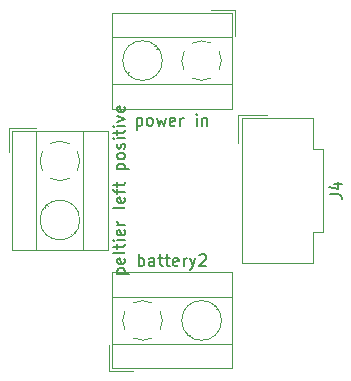
<source format=gbr>
%TF.GenerationSoftware,KiCad,Pcbnew,8.0.5*%
%TF.CreationDate,2024-10-03T09:22:46-06:00*%
%TF.ProjectId,mini_ac,6d696e69-5f61-4632-9e6b-696361645f70,rev?*%
%TF.SameCoordinates,Original*%
%TF.FileFunction,Legend,Top*%
%TF.FilePolarity,Positive*%
%FSLAX46Y46*%
G04 Gerber Fmt 4.6, Leading zero omitted, Abs format (unit mm)*
G04 Created by KiCad (PCBNEW 8.0.5) date 2024-10-03 09:22:46*
%MOMM*%
%LPD*%
G01*
G04 APERTURE LIST*
%ADD10C,0.150000*%
%ADD11C,0.120000*%
G04 APERTURE END LIST*
D10*
X127354819Y-88833333D02*
X128069104Y-88833333D01*
X128069104Y-88833333D02*
X128211961Y-88880952D01*
X128211961Y-88880952D02*
X128307200Y-88976190D01*
X128307200Y-88976190D02*
X128354819Y-89119047D01*
X128354819Y-89119047D02*
X128354819Y-89214285D01*
X127688152Y-87928571D02*
X128354819Y-87928571D01*
X127307200Y-88166666D02*
X128021485Y-88404761D01*
X128021485Y-88404761D02*
X128021485Y-87785714D01*
X109348152Y-95571429D02*
X110348152Y-95571429D01*
X109395771Y-95571429D02*
X109348152Y-95476191D01*
X109348152Y-95476191D02*
X109348152Y-95285715D01*
X109348152Y-95285715D02*
X109395771Y-95190477D01*
X109395771Y-95190477D02*
X109443390Y-95142858D01*
X109443390Y-95142858D02*
X109538628Y-95095239D01*
X109538628Y-95095239D02*
X109824342Y-95095239D01*
X109824342Y-95095239D02*
X109919580Y-95142858D01*
X109919580Y-95142858D02*
X109967200Y-95190477D01*
X109967200Y-95190477D02*
X110014819Y-95285715D01*
X110014819Y-95285715D02*
X110014819Y-95476191D01*
X110014819Y-95476191D02*
X109967200Y-95571429D01*
X109967200Y-94285715D02*
X110014819Y-94380953D01*
X110014819Y-94380953D02*
X110014819Y-94571429D01*
X110014819Y-94571429D02*
X109967200Y-94666667D01*
X109967200Y-94666667D02*
X109871961Y-94714286D01*
X109871961Y-94714286D02*
X109491009Y-94714286D01*
X109491009Y-94714286D02*
X109395771Y-94666667D01*
X109395771Y-94666667D02*
X109348152Y-94571429D01*
X109348152Y-94571429D02*
X109348152Y-94380953D01*
X109348152Y-94380953D02*
X109395771Y-94285715D01*
X109395771Y-94285715D02*
X109491009Y-94238096D01*
X109491009Y-94238096D02*
X109586247Y-94238096D01*
X109586247Y-94238096D02*
X109681485Y-94714286D01*
X110014819Y-93666667D02*
X109967200Y-93761905D01*
X109967200Y-93761905D02*
X109871961Y-93809524D01*
X109871961Y-93809524D02*
X109014819Y-93809524D01*
X109348152Y-93428571D02*
X109348152Y-93047619D01*
X109014819Y-93285714D02*
X109871961Y-93285714D01*
X109871961Y-93285714D02*
X109967200Y-93238095D01*
X109967200Y-93238095D02*
X110014819Y-93142857D01*
X110014819Y-93142857D02*
X110014819Y-93047619D01*
X110014819Y-92714285D02*
X109348152Y-92714285D01*
X109014819Y-92714285D02*
X109062438Y-92761904D01*
X109062438Y-92761904D02*
X109110057Y-92714285D01*
X109110057Y-92714285D02*
X109062438Y-92666666D01*
X109062438Y-92666666D02*
X109014819Y-92714285D01*
X109014819Y-92714285D02*
X109110057Y-92714285D01*
X109967200Y-91857143D02*
X110014819Y-91952381D01*
X110014819Y-91952381D02*
X110014819Y-92142857D01*
X110014819Y-92142857D02*
X109967200Y-92238095D01*
X109967200Y-92238095D02*
X109871961Y-92285714D01*
X109871961Y-92285714D02*
X109491009Y-92285714D01*
X109491009Y-92285714D02*
X109395771Y-92238095D01*
X109395771Y-92238095D02*
X109348152Y-92142857D01*
X109348152Y-92142857D02*
X109348152Y-91952381D01*
X109348152Y-91952381D02*
X109395771Y-91857143D01*
X109395771Y-91857143D02*
X109491009Y-91809524D01*
X109491009Y-91809524D02*
X109586247Y-91809524D01*
X109586247Y-91809524D02*
X109681485Y-92285714D01*
X110014819Y-91380952D02*
X109348152Y-91380952D01*
X109538628Y-91380952D02*
X109443390Y-91333333D01*
X109443390Y-91333333D02*
X109395771Y-91285714D01*
X109395771Y-91285714D02*
X109348152Y-91190476D01*
X109348152Y-91190476D02*
X109348152Y-91095238D01*
X110014819Y-89857142D02*
X109967200Y-89952380D01*
X109967200Y-89952380D02*
X109871961Y-89999999D01*
X109871961Y-89999999D02*
X109014819Y-89999999D01*
X109967200Y-89095237D02*
X110014819Y-89190475D01*
X110014819Y-89190475D02*
X110014819Y-89380951D01*
X110014819Y-89380951D02*
X109967200Y-89476189D01*
X109967200Y-89476189D02*
X109871961Y-89523808D01*
X109871961Y-89523808D02*
X109491009Y-89523808D01*
X109491009Y-89523808D02*
X109395771Y-89476189D01*
X109395771Y-89476189D02*
X109348152Y-89380951D01*
X109348152Y-89380951D02*
X109348152Y-89190475D01*
X109348152Y-89190475D02*
X109395771Y-89095237D01*
X109395771Y-89095237D02*
X109491009Y-89047618D01*
X109491009Y-89047618D02*
X109586247Y-89047618D01*
X109586247Y-89047618D02*
X109681485Y-89523808D01*
X109348152Y-88761903D02*
X109348152Y-88380951D01*
X110014819Y-88619046D02*
X109157676Y-88619046D01*
X109157676Y-88619046D02*
X109062438Y-88571427D01*
X109062438Y-88571427D02*
X109014819Y-88476189D01*
X109014819Y-88476189D02*
X109014819Y-88380951D01*
X109348152Y-88190474D02*
X109348152Y-87809522D01*
X109014819Y-88047617D02*
X109871961Y-88047617D01*
X109871961Y-88047617D02*
X109967200Y-87999998D01*
X109967200Y-87999998D02*
X110014819Y-87904760D01*
X110014819Y-87904760D02*
X110014819Y-87809522D01*
X109348152Y-86714283D02*
X110348152Y-86714283D01*
X109395771Y-86714283D02*
X109348152Y-86619045D01*
X109348152Y-86619045D02*
X109348152Y-86428569D01*
X109348152Y-86428569D02*
X109395771Y-86333331D01*
X109395771Y-86333331D02*
X109443390Y-86285712D01*
X109443390Y-86285712D02*
X109538628Y-86238093D01*
X109538628Y-86238093D02*
X109824342Y-86238093D01*
X109824342Y-86238093D02*
X109919580Y-86285712D01*
X109919580Y-86285712D02*
X109967200Y-86333331D01*
X109967200Y-86333331D02*
X110014819Y-86428569D01*
X110014819Y-86428569D02*
X110014819Y-86619045D01*
X110014819Y-86619045D02*
X109967200Y-86714283D01*
X110014819Y-85666664D02*
X109967200Y-85761902D01*
X109967200Y-85761902D02*
X109919580Y-85809521D01*
X109919580Y-85809521D02*
X109824342Y-85857140D01*
X109824342Y-85857140D02*
X109538628Y-85857140D01*
X109538628Y-85857140D02*
X109443390Y-85809521D01*
X109443390Y-85809521D02*
X109395771Y-85761902D01*
X109395771Y-85761902D02*
X109348152Y-85666664D01*
X109348152Y-85666664D02*
X109348152Y-85523807D01*
X109348152Y-85523807D02*
X109395771Y-85428569D01*
X109395771Y-85428569D02*
X109443390Y-85380950D01*
X109443390Y-85380950D02*
X109538628Y-85333331D01*
X109538628Y-85333331D02*
X109824342Y-85333331D01*
X109824342Y-85333331D02*
X109919580Y-85380950D01*
X109919580Y-85380950D02*
X109967200Y-85428569D01*
X109967200Y-85428569D02*
X110014819Y-85523807D01*
X110014819Y-85523807D02*
X110014819Y-85666664D01*
X109967200Y-84952378D02*
X110014819Y-84857140D01*
X110014819Y-84857140D02*
X110014819Y-84666664D01*
X110014819Y-84666664D02*
X109967200Y-84571426D01*
X109967200Y-84571426D02*
X109871961Y-84523807D01*
X109871961Y-84523807D02*
X109824342Y-84523807D01*
X109824342Y-84523807D02*
X109729104Y-84571426D01*
X109729104Y-84571426D02*
X109681485Y-84666664D01*
X109681485Y-84666664D02*
X109681485Y-84809521D01*
X109681485Y-84809521D02*
X109633866Y-84904759D01*
X109633866Y-84904759D02*
X109538628Y-84952378D01*
X109538628Y-84952378D02*
X109491009Y-84952378D01*
X109491009Y-84952378D02*
X109395771Y-84904759D01*
X109395771Y-84904759D02*
X109348152Y-84809521D01*
X109348152Y-84809521D02*
X109348152Y-84666664D01*
X109348152Y-84666664D02*
X109395771Y-84571426D01*
X110014819Y-84095235D02*
X109348152Y-84095235D01*
X109014819Y-84095235D02*
X109062438Y-84142854D01*
X109062438Y-84142854D02*
X109110057Y-84095235D01*
X109110057Y-84095235D02*
X109062438Y-84047616D01*
X109062438Y-84047616D02*
X109014819Y-84095235D01*
X109014819Y-84095235D02*
X109110057Y-84095235D01*
X109348152Y-83761902D02*
X109348152Y-83380950D01*
X109014819Y-83619045D02*
X109871961Y-83619045D01*
X109871961Y-83619045D02*
X109967200Y-83571426D01*
X109967200Y-83571426D02*
X110014819Y-83476188D01*
X110014819Y-83476188D02*
X110014819Y-83380950D01*
X110014819Y-83047616D02*
X109348152Y-83047616D01*
X109014819Y-83047616D02*
X109062438Y-83095235D01*
X109062438Y-83095235D02*
X109110057Y-83047616D01*
X109110057Y-83047616D02*
X109062438Y-82999997D01*
X109062438Y-82999997D02*
X109014819Y-83047616D01*
X109014819Y-83047616D02*
X109110057Y-83047616D01*
X109348152Y-82666664D02*
X110014819Y-82428569D01*
X110014819Y-82428569D02*
X109348152Y-82190474D01*
X109967200Y-81428569D02*
X110014819Y-81523807D01*
X110014819Y-81523807D02*
X110014819Y-81714283D01*
X110014819Y-81714283D02*
X109967200Y-81809521D01*
X109967200Y-81809521D02*
X109871961Y-81857140D01*
X109871961Y-81857140D02*
X109491009Y-81857140D01*
X109491009Y-81857140D02*
X109395771Y-81809521D01*
X109395771Y-81809521D02*
X109348152Y-81714283D01*
X109348152Y-81714283D02*
X109348152Y-81523807D01*
X109348152Y-81523807D02*
X109395771Y-81428569D01*
X109395771Y-81428569D02*
X109491009Y-81380950D01*
X109491009Y-81380950D02*
X109586247Y-81380950D01*
X109586247Y-81380950D02*
X109681485Y-81857140D01*
X111166666Y-94894819D02*
X111166666Y-93894819D01*
X111166666Y-94275771D02*
X111261904Y-94228152D01*
X111261904Y-94228152D02*
X111452380Y-94228152D01*
X111452380Y-94228152D02*
X111547618Y-94275771D01*
X111547618Y-94275771D02*
X111595237Y-94323390D01*
X111595237Y-94323390D02*
X111642856Y-94418628D01*
X111642856Y-94418628D02*
X111642856Y-94704342D01*
X111642856Y-94704342D02*
X111595237Y-94799580D01*
X111595237Y-94799580D02*
X111547618Y-94847200D01*
X111547618Y-94847200D02*
X111452380Y-94894819D01*
X111452380Y-94894819D02*
X111261904Y-94894819D01*
X111261904Y-94894819D02*
X111166666Y-94847200D01*
X112499999Y-94894819D02*
X112499999Y-94371009D01*
X112499999Y-94371009D02*
X112452380Y-94275771D01*
X112452380Y-94275771D02*
X112357142Y-94228152D01*
X112357142Y-94228152D02*
X112166666Y-94228152D01*
X112166666Y-94228152D02*
X112071428Y-94275771D01*
X112499999Y-94847200D02*
X112404761Y-94894819D01*
X112404761Y-94894819D02*
X112166666Y-94894819D01*
X112166666Y-94894819D02*
X112071428Y-94847200D01*
X112071428Y-94847200D02*
X112023809Y-94751961D01*
X112023809Y-94751961D02*
X112023809Y-94656723D01*
X112023809Y-94656723D02*
X112071428Y-94561485D01*
X112071428Y-94561485D02*
X112166666Y-94513866D01*
X112166666Y-94513866D02*
X112404761Y-94513866D01*
X112404761Y-94513866D02*
X112499999Y-94466247D01*
X112833333Y-94228152D02*
X113214285Y-94228152D01*
X112976190Y-93894819D02*
X112976190Y-94751961D01*
X112976190Y-94751961D02*
X113023809Y-94847200D01*
X113023809Y-94847200D02*
X113119047Y-94894819D01*
X113119047Y-94894819D02*
X113214285Y-94894819D01*
X113404762Y-94228152D02*
X113785714Y-94228152D01*
X113547619Y-93894819D02*
X113547619Y-94751961D01*
X113547619Y-94751961D02*
X113595238Y-94847200D01*
X113595238Y-94847200D02*
X113690476Y-94894819D01*
X113690476Y-94894819D02*
X113785714Y-94894819D01*
X114500000Y-94847200D02*
X114404762Y-94894819D01*
X114404762Y-94894819D02*
X114214286Y-94894819D01*
X114214286Y-94894819D02*
X114119048Y-94847200D01*
X114119048Y-94847200D02*
X114071429Y-94751961D01*
X114071429Y-94751961D02*
X114071429Y-94371009D01*
X114071429Y-94371009D02*
X114119048Y-94275771D01*
X114119048Y-94275771D02*
X114214286Y-94228152D01*
X114214286Y-94228152D02*
X114404762Y-94228152D01*
X114404762Y-94228152D02*
X114500000Y-94275771D01*
X114500000Y-94275771D02*
X114547619Y-94371009D01*
X114547619Y-94371009D02*
X114547619Y-94466247D01*
X114547619Y-94466247D02*
X114071429Y-94561485D01*
X114976191Y-94894819D02*
X114976191Y-94228152D01*
X114976191Y-94418628D02*
X115023810Y-94323390D01*
X115023810Y-94323390D02*
X115071429Y-94275771D01*
X115071429Y-94275771D02*
X115166667Y-94228152D01*
X115166667Y-94228152D02*
X115261905Y-94228152D01*
X115500001Y-94228152D02*
X115738096Y-94894819D01*
X115976191Y-94228152D02*
X115738096Y-94894819D01*
X115738096Y-94894819D02*
X115642858Y-95132914D01*
X115642858Y-95132914D02*
X115595239Y-95180533D01*
X115595239Y-95180533D02*
X115500001Y-95228152D01*
X116309525Y-93990057D02*
X116357144Y-93942438D01*
X116357144Y-93942438D02*
X116452382Y-93894819D01*
X116452382Y-93894819D02*
X116690477Y-93894819D01*
X116690477Y-93894819D02*
X116785715Y-93942438D01*
X116785715Y-93942438D02*
X116833334Y-93990057D01*
X116833334Y-93990057D02*
X116880953Y-94085295D01*
X116880953Y-94085295D02*
X116880953Y-94180533D01*
X116880953Y-94180533D02*
X116833334Y-94323390D01*
X116833334Y-94323390D02*
X116261906Y-94894819D01*
X116261906Y-94894819D02*
X116880953Y-94894819D01*
X111000000Y-82348152D02*
X111000000Y-83348152D01*
X111000000Y-82395771D02*
X111095238Y-82348152D01*
X111095238Y-82348152D02*
X111285714Y-82348152D01*
X111285714Y-82348152D02*
X111380952Y-82395771D01*
X111380952Y-82395771D02*
X111428571Y-82443390D01*
X111428571Y-82443390D02*
X111476190Y-82538628D01*
X111476190Y-82538628D02*
X111476190Y-82824342D01*
X111476190Y-82824342D02*
X111428571Y-82919580D01*
X111428571Y-82919580D02*
X111380952Y-82967200D01*
X111380952Y-82967200D02*
X111285714Y-83014819D01*
X111285714Y-83014819D02*
X111095238Y-83014819D01*
X111095238Y-83014819D02*
X111000000Y-82967200D01*
X112047619Y-83014819D02*
X111952381Y-82967200D01*
X111952381Y-82967200D02*
X111904762Y-82919580D01*
X111904762Y-82919580D02*
X111857143Y-82824342D01*
X111857143Y-82824342D02*
X111857143Y-82538628D01*
X111857143Y-82538628D02*
X111904762Y-82443390D01*
X111904762Y-82443390D02*
X111952381Y-82395771D01*
X111952381Y-82395771D02*
X112047619Y-82348152D01*
X112047619Y-82348152D02*
X112190476Y-82348152D01*
X112190476Y-82348152D02*
X112285714Y-82395771D01*
X112285714Y-82395771D02*
X112333333Y-82443390D01*
X112333333Y-82443390D02*
X112380952Y-82538628D01*
X112380952Y-82538628D02*
X112380952Y-82824342D01*
X112380952Y-82824342D02*
X112333333Y-82919580D01*
X112333333Y-82919580D02*
X112285714Y-82967200D01*
X112285714Y-82967200D02*
X112190476Y-83014819D01*
X112190476Y-83014819D02*
X112047619Y-83014819D01*
X112714286Y-82348152D02*
X112904762Y-83014819D01*
X112904762Y-83014819D02*
X113095238Y-82538628D01*
X113095238Y-82538628D02*
X113285714Y-83014819D01*
X113285714Y-83014819D02*
X113476190Y-82348152D01*
X114238095Y-82967200D02*
X114142857Y-83014819D01*
X114142857Y-83014819D02*
X113952381Y-83014819D01*
X113952381Y-83014819D02*
X113857143Y-82967200D01*
X113857143Y-82967200D02*
X113809524Y-82871961D01*
X113809524Y-82871961D02*
X113809524Y-82491009D01*
X113809524Y-82491009D02*
X113857143Y-82395771D01*
X113857143Y-82395771D02*
X113952381Y-82348152D01*
X113952381Y-82348152D02*
X114142857Y-82348152D01*
X114142857Y-82348152D02*
X114238095Y-82395771D01*
X114238095Y-82395771D02*
X114285714Y-82491009D01*
X114285714Y-82491009D02*
X114285714Y-82586247D01*
X114285714Y-82586247D02*
X113809524Y-82681485D01*
X114714286Y-83014819D02*
X114714286Y-82348152D01*
X114714286Y-82538628D02*
X114761905Y-82443390D01*
X114761905Y-82443390D02*
X114809524Y-82395771D01*
X114809524Y-82395771D02*
X114904762Y-82348152D01*
X114904762Y-82348152D02*
X115000000Y-82348152D01*
X116095239Y-83014819D02*
X116095239Y-82348152D01*
X116095239Y-82014819D02*
X116047620Y-82062438D01*
X116047620Y-82062438D02*
X116095239Y-82110057D01*
X116095239Y-82110057D02*
X116142858Y-82062438D01*
X116142858Y-82062438D02*
X116095239Y-82014819D01*
X116095239Y-82014819D02*
X116095239Y-82110057D01*
X116571429Y-82348152D02*
X116571429Y-83014819D01*
X116571429Y-82443390D02*
X116619048Y-82395771D01*
X116619048Y-82395771D02*
X116714286Y-82348152D01*
X116714286Y-82348152D02*
X116857143Y-82348152D01*
X116857143Y-82348152D02*
X116952381Y-82395771D01*
X116952381Y-82395771D02*
X117000000Y-82491009D01*
X117000000Y-82491009D02*
X117000000Y-83014819D01*
D11*
%TO.C,J4*%
X122000000Y-82090000D02*
X119590000Y-82090000D01*
X119590000Y-82090000D02*
X119590000Y-84500000D01*
X125910000Y-82390000D02*
X119890000Y-82390000D01*
X119890000Y-82390000D02*
X119890000Y-88500000D01*
X126810000Y-85000000D02*
X125910000Y-85000000D01*
X125910000Y-85000000D02*
X125910000Y-82390000D01*
X126810000Y-88500000D02*
X126810000Y-85000000D01*
X126810000Y-88500000D02*
X126810000Y-92000000D01*
X126810000Y-92000000D02*
X125910000Y-92000000D01*
X125910000Y-92000000D02*
X125910000Y-94610000D01*
X125910000Y-94610000D02*
X119890000Y-94610000D01*
X119890000Y-94610000D02*
X119890000Y-88500000D01*
%TO.C,peltier left positive*%
X102440000Y-83200000D02*
X100200000Y-83200000D01*
X100200000Y-83200000D02*
X100200000Y-85200000D01*
X108560000Y-83440000D02*
X100440000Y-83440000D01*
X108560000Y-83440000D02*
X108560000Y-93560000D01*
X106500000Y-83440000D02*
X106500000Y-93560000D01*
X102500000Y-83440000D02*
X102500000Y-93560000D01*
X100440000Y-83440000D02*
X100440000Y-93560000D01*
X103524000Y-89820000D02*
X103431000Y-89726000D01*
X103284000Y-89990000D02*
X103226000Y-89931000D01*
X105775000Y-92070000D02*
X105716000Y-92011000D01*
X105569000Y-92275000D02*
X105476000Y-92181000D01*
X108560000Y-93560000D02*
X100440000Y-93560000D01*
X103710911Y-84516047D02*
G75*
G02*
X105289000Y-84516000I789089J-1483948D01*
G01*
X105983953Y-85210911D02*
G75*
G02*
X105984000Y-86789000I-1483948J-789089D01*
G01*
X102819550Y-86029383D02*
G75*
G02*
X103016000Y-85211000I1680445J29385D01*
G01*
X103016648Y-86788712D02*
G75*
G02*
X102820000Y-86000000I1483352J788712D01*
G01*
X105289089Y-87483953D02*
G75*
G02*
X103711000Y-87484000I-789089J1483953D01*
G01*
X106180000Y-91000000D02*
G75*
G02*
X102820000Y-91000000I-1680000J0D01*
G01*
X102820000Y-91000000D02*
G75*
G02*
X106180000Y-91000000I1680000J0D01*
G01*
%TO.C,battery2*%
X108700000Y-101560000D02*
X108700000Y-103800000D01*
X108700000Y-103800000D02*
X110700000Y-103800000D01*
X108940000Y-95440000D02*
X108940000Y-103560000D01*
X108940000Y-95440000D02*
X119060000Y-95440000D01*
X108940000Y-97500000D02*
X119060000Y-97500000D01*
X108940000Y-101500000D02*
X119060000Y-101500000D01*
X108940000Y-103560000D02*
X119060000Y-103560000D01*
X115320000Y-100476000D02*
X115226000Y-100569000D01*
X115490000Y-100716000D02*
X115431000Y-100774000D01*
X117570000Y-98225000D02*
X117511000Y-98284000D01*
X117775000Y-98431000D02*
X117681000Y-98524000D01*
X119060000Y-95440000D02*
X119060000Y-103560000D01*
X110016047Y-100289089D02*
G75*
G02*
X110016000Y-98711000I1483948J789089D01*
G01*
X110710911Y-98016047D02*
G75*
G02*
X112289000Y-98016000I789089J-1483948D01*
G01*
X111529383Y-101180450D02*
G75*
G02*
X110711000Y-100984000I-29385J1680445D01*
G01*
X112288712Y-100983352D02*
G75*
G02*
X111500000Y-101180000I-788712J1483352D01*
G01*
X112983953Y-98710911D02*
G75*
G02*
X112984000Y-100289000I-1483953J-789089D01*
G01*
X118180000Y-99500000D02*
G75*
G02*
X114820000Y-99500000I-1680000J0D01*
G01*
X114820000Y-99500000D02*
G75*
G02*
X118180000Y-99500000I1680000J0D01*
G01*
%TO.C,power in*%
X119300000Y-75440000D02*
X119300000Y-73200000D01*
X119300000Y-73200000D02*
X117300000Y-73200000D01*
X119060000Y-81560000D02*
X119060000Y-73440000D01*
X119060000Y-81560000D02*
X108940000Y-81560000D01*
X119060000Y-79500000D02*
X108940000Y-79500000D01*
X119060000Y-75500000D02*
X108940000Y-75500000D01*
X119060000Y-73440000D02*
X108940000Y-73440000D01*
X112680000Y-76524000D02*
X112774000Y-76431000D01*
X112510000Y-76284000D02*
X112569000Y-76226000D01*
X110430000Y-78775000D02*
X110489000Y-78716000D01*
X110225000Y-78569000D02*
X110319000Y-78476000D01*
X108940000Y-81560000D02*
X108940000Y-73440000D01*
X117983953Y-76710911D02*
G75*
G02*
X117984000Y-78289000I-1483948J-789089D01*
G01*
X117289089Y-78983953D02*
G75*
G02*
X115711000Y-78984000I-789089J1483948D01*
G01*
X116470617Y-75819550D02*
G75*
G02*
X117289000Y-76016000I29385J-1680445D01*
G01*
X115711288Y-76016648D02*
G75*
G02*
X116500000Y-75820000I788712J-1483352D01*
G01*
X115016047Y-78289089D02*
G75*
G02*
X115016000Y-76711000I1483953J789089D01*
G01*
X113180000Y-77500000D02*
G75*
G02*
X109820000Y-77500000I-1680000J0D01*
G01*
X109820000Y-77500000D02*
G75*
G02*
X113180000Y-77500000I1680000J0D01*
G01*
%TD*%
M02*

</source>
